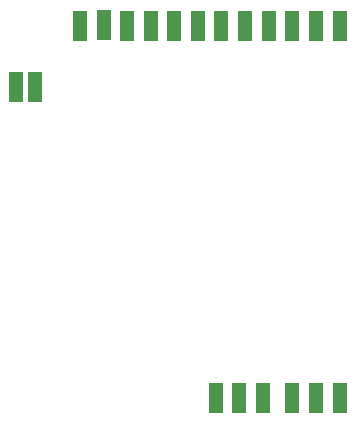
<source format=gbr>
G04 EAGLE Gerber RS-274X export*
G75*
%MOMM*%
%FSLAX34Y34*%
%LPD*%
%INSolderpaste Bottom*%
%IPPOS*%
%AMOC8*
5,1,8,0,0,1.08239X$1,22.5*%
G01*
%ADD10R,1.270000X2.540000*%


D10*
X305000Y35000D03*
X205000Y350000D03*
X31000Y298000D03*
X245000Y350000D03*
X265000Y350000D03*
X105598Y350598D03*
X85000Y350000D03*
X240000Y35000D03*
X285000Y350000D03*
X225000Y350000D03*
X285000Y35000D03*
X47000Y298000D03*
X305000Y350000D03*
X184928Y350216D03*
X265000Y35000D03*
X125000Y350000D03*
X165000Y350000D03*
X200000Y35000D03*
X145000Y350000D03*
X220000Y35000D03*
M02*

</source>
